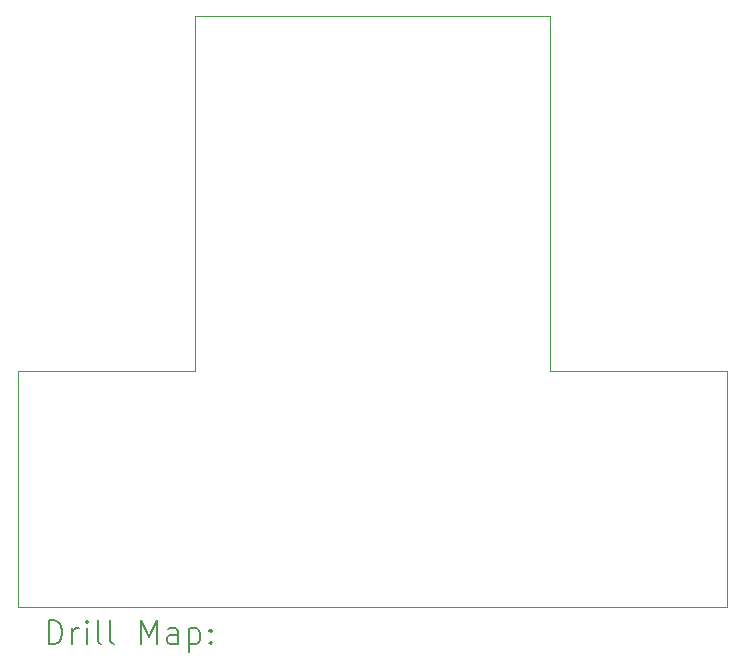
<source format=gbr>
%TF.GenerationSoftware,KiCad,Pcbnew,8.0.8*%
%TF.CreationDate,2025-02-19T10:09:50+01:00*%
%TF.ProjectId,Robot,526f626f-742e-46b6-9963-61645f706362,rev?*%
%TF.SameCoordinates,Original*%
%TF.FileFunction,Drillmap*%
%TF.FilePolarity,Positive*%
%FSLAX45Y45*%
G04 Gerber Fmt 4.5, Leading zero omitted, Abs format (unit mm)*
G04 Created by KiCad (PCBNEW 8.0.8) date 2025-02-19 10:09:50*
%MOMM*%
%LPD*%
G01*
G04 APERTURE LIST*
%ADD10C,0.050000*%
%ADD11C,0.200000*%
G04 APERTURE END LIST*
D10*
X11710000Y-10293431D02*
X11710000Y-13293431D01*
X8710000Y-10293431D02*
X11710000Y-10293431D01*
X8710000Y-13293431D02*
X8710000Y-10293431D01*
X7210000Y-13293431D02*
X8710000Y-13293431D01*
X11710000Y-13293431D02*
X13210000Y-13293431D01*
X13210000Y-15293431D02*
X7210000Y-15293431D01*
X7210000Y-15293431D02*
X7210000Y-13293431D01*
X13210000Y-13293431D02*
X13210000Y-15293431D01*
D11*
X7468277Y-15607415D02*
X7468277Y-15407415D01*
X7468277Y-15407415D02*
X7515896Y-15407415D01*
X7515896Y-15407415D02*
X7544467Y-15416939D01*
X7544467Y-15416939D02*
X7563515Y-15435987D01*
X7563515Y-15435987D02*
X7573039Y-15455034D01*
X7573039Y-15455034D02*
X7582562Y-15493129D01*
X7582562Y-15493129D02*
X7582562Y-15521701D01*
X7582562Y-15521701D02*
X7573039Y-15559796D01*
X7573039Y-15559796D02*
X7563515Y-15578844D01*
X7563515Y-15578844D02*
X7544467Y-15597891D01*
X7544467Y-15597891D02*
X7515896Y-15607415D01*
X7515896Y-15607415D02*
X7468277Y-15607415D01*
X7668277Y-15607415D02*
X7668277Y-15474082D01*
X7668277Y-15512177D02*
X7677801Y-15493129D01*
X7677801Y-15493129D02*
X7687324Y-15483606D01*
X7687324Y-15483606D02*
X7706372Y-15474082D01*
X7706372Y-15474082D02*
X7725420Y-15474082D01*
X7792086Y-15607415D02*
X7792086Y-15474082D01*
X7792086Y-15407415D02*
X7782562Y-15416939D01*
X7782562Y-15416939D02*
X7792086Y-15426463D01*
X7792086Y-15426463D02*
X7801610Y-15416939D01*
X7801610Y-15416939D02*
X7792086Y-15407415D01*
X7792086Y-15407415D02*
X7792086Y-15426463D01*
X7915896Y-15607415D02*
X7896848Y-15597891D01*
X7896848Y-15597891D02*
X7887324Y-15578844D01*
X7887324Y-15578844D02*
X7887324Y-15407415D01*
X8020658Y-15607415D02*
X8001610Y-15597891D01*
X8001610Y-15597891D02*
X7992086Y-15578844D01*
X7992086Y-15578844D02*
X7992086Y-15407415D01*
X8249229Y-15607415D02*
X8249229Y-15407415D01*
X8249229Y-15407415D02*
X8315896Y-15550272D01*
X8315896Y-15550272D02*
X8382562Y-15407415D01*
X8382562Y-15407415D02*
X8382562Y-15607415D01*
X8563515Y-15607415D02*
X8563515Y-15502653D01*
X8563515Y-15502653D02*
X8553991Y-15483606D01*
X8553991Y-15483606D02*
X8534944Y-15474082D01*
X8534944Y-15474082D02*
X8496848Y-15474082D01*
X8496848Y-15474082D02*
X8477801Y-15483606D01*
X8563515Y-15597891D02*
X8544467Y-15607415D01*
X8544467Y-15607415D02*
X8496848Y-15607415D01*
X8496848Y-15607415D02*
X8477801Y-15597891D01*
X8477801Y-15597891D02*
X8468277Y-15578844D01*
X8468277Y-15578844D02*
X8468277Y-15559796D01*
X8468277Y-15559796D02*
X8477801Y-15540748D01*
X8477801Y-15540748D02*
X8496848Y-15531225D01*
X8496848Y-15531225D02*
X8544467Y-15531225D01*
X8544467Y-15531225D02*
X8563515Y-15521701D01*
X8658753Y-15474082D02*
X8658753Y-15674082D01*
X8658753Y-15483606D02*
X8677801Y-15474082D01*
X8677801Y-15474082D02*
X8715896Y-15474082D01*
X8715896Y-15474082D02*
X8734944Y-15483606D01*
X8734944Y-15483606D02*
X8744467Y-15493129D01*
X8744467Y-15493129D02*
X8753991Y-15512177D01*
X8753991Y-15512177D02*
X8753991Y-15569320D01*
X8753991Y-15569320D02*
X8744467Y-15588367D01*
X8744467Y-15588367D02*
X8734944Y-15597891D01*
X8734944Y-15597891D02*
X8715896Y-15607415D01*
X8715896Y-15607415D02*
X8677801Y-15607415D01*
X8677801Y-15607415D02*
X8658753Y-15597891D01*
X8839705Y-15588367D02*
X8849229Y-15597891D01*
X8849229Y-15597891D02*
X8839705Y-15607415D01*
X8839705Y-15607415D02*
X8830182Y-15597891D01*
X8830182Y-15597891D02*
X8839705Y-15588367D01*
X8839705Y-15588367D02*
X8839705Y-15607415D01*
X8839705Y-15483606D02*
X8849229Y-15493129D01*
X8849229Y-15493129D02*
X8839705Y-15502653D01*
X8839705Y-15502653D02*
X8830182Y-15493129D01*
X8830182Y-15493129D02*
X8839705Y-15483606D01*
X8839705Y-15483606D02*
X8839705Y-15502653D01*
M02*

</source>
